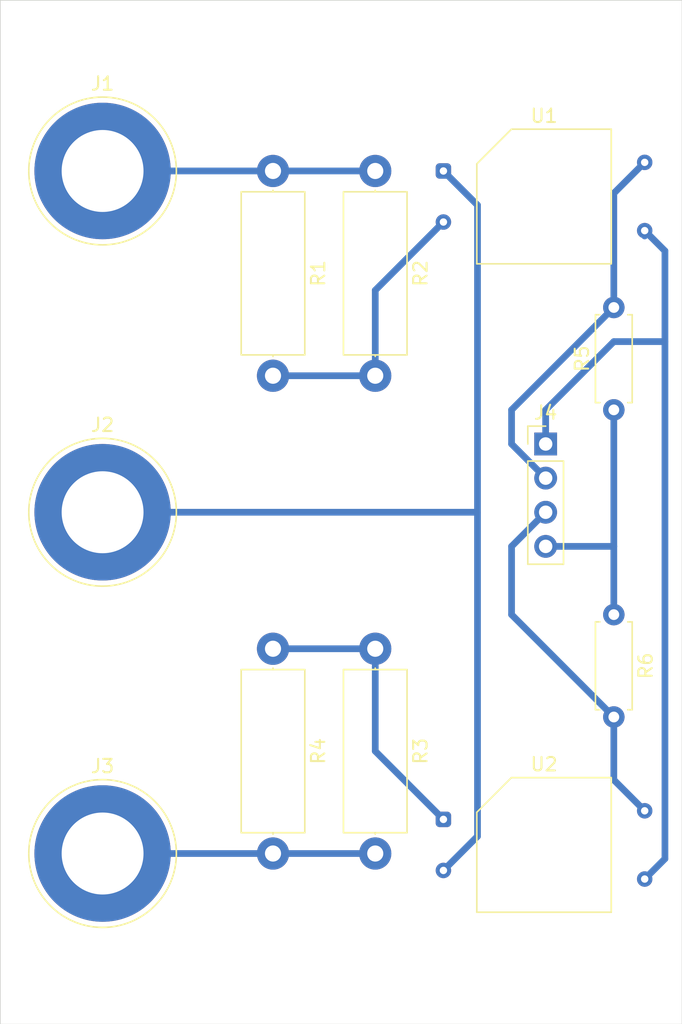
<source format=kicad_pcb>
(kicad_pcb (version 20171130) (host pcbnew "(5.1.4)-1")

  (general
    (thickness 1.6)
    (drawings 4)
    (tracks 36)
    (zones 0)
    (modules 12)
    (nets 10)
  )

  (page A4)
  (layers
    (0 F.Cu signal)
    (31 B.Cu signal)
    (32 B.Adhes user)
    (33 F.Adhes user)
    (34 B.Paste user)
    (35 F.Paste user)
    (36 B.SilkS user)
    (37 F.SilkS user)
    (38 B.Mask user)
    (39 F.Mask user)
    (40 Dwgs.User user)
    (41 Cmts.User user)
    (42 Eco1.User user)
    (43 Eco2.User user)
    (44 Edge.Cuts user)
    (45 Margin user)
    (46 B.CrtYd user)
    (47 F.CrtYd user)
    (48 B.Fab user)
    (49 F.Fab user)
  )

  (setup
    (last_trace_width 0.25)
    (user_trace_width 0.5)
    (user_trace_width 1)
    (user_trace_width 2)
    (trace_clearance 0.2)
    (zone_clearance 0.508)
    (zone_45_only no)
    (trace_min 0.2)
    (via_size 0.8)
    (via_drill 0.4)
    (via_min_size 0.4)
    (via_min_drill 0.3)
    (uvia_size 0.3)
    (uvia_drill 0.1)
    (uvias_allowed no)
    (uvia_min_size 0.2)
    (uvia_min_drill 0.1)
    (edge_width 0.05)
    (segment_width 0.2)
    (pcb_text_width 0.3)
    (pcb_text_size 1.5 1.5)
    (mod_edge_width 0.12)
    (mod_text_size 1 1)
    (mod_text_width 0.15)
    (pad_size 3 3)
    (pad_drill 1.52)
    (pad_to_mask_clearance 0.051)
    (solder_mask_min_width 0.25)
    (aux_axis_origin 0 0)
    (visible_elements 7FFFFFFF)
    (pcbplotparams
      (layerselection 0x010fc_ffffffff)
      (usegerberextensions false)
      (usegerberattributes false)
      (usegerberadvancedattributes false)
      (creategerberjobfile false)
      (excludeedgelayer true)
      (linewidth 0.100000)
      (plotframeref false)
      (viasonmask false)
      (mode 1)
      (useauxorigin false)
      (hpglpennumber 1)
      (hpglpenspeed 20)
      (hpglpendiameter 15.000000)
      (psnegative false)
      (psa4output false)
      (plotreference true)
      (plotvalue true)
      (plotinvisibletext false)
      (padsonsilk false)
      (subtractmaskfromsilk false)
      (outputformat 1)
      (mirror false)
      (drillshape 1)
      (scaleselection 1)
      (outputdirectory ""))
  )

  (net 0 "")
  (net 1 /PowerOut+)
  (net 2 /BleederCenter)
  (net 3 /PowerOut-)
  (net 4 /ControlPower+)
  (net 5 /ControlSignal1)
  (net 6 /ControlSignal2)
  (net 7 /ControlPower-)
  (net 8 "Net-(R1-Pad2)")
  (net 9 "Net-(R3-Pad1)")

  (net_class Default "This is the default net class."
    (clearance 0.2)
    (trace_width 0.25)
    (via_dia 0.8)
    (via_drill 0.4)
    (uvia_dia 0.3)
    (uvia_drill 0.1)
    (add_net /BleederCenter)
    (add_net /ControlPower+)
    (add_net /ControlPower-)
    (add_net /ControlSignal1)
    (add_net /ControlSignal2)
    (add_net /PowerOut+)
    (add_net /PowerOut-)
    (add_net "Net-(R1-Pad2)")
    (add_net "Net-(R3-Pad1)")
  )

  (module Connector:Banana_Jack_1Pin (layer F.Cu) (tedit 5A1AB217) (tstamp 5DDB8DFA)
    (at 149.86 121.92)
    (descr "Single banana socket, footprint - 6mm drill")
    (tags "banana socket")
    (path /5DDC610F)
    (fp_text reference J3 (at 0 -6.5) (layer F.SilkS)
      (effects (font (size 1 1) (thickness 0.15)))
    )
    (fp_text value Output- (at -0.25 6.5) (layer F.Fab)
      (effects (font (size 1 1) (thickness 0.15)))
    )
    (fp_circle (center 0 0) (end 5.5 0) (layer F.SilkS) (width 0.12))
    (fp_circle (center 0 0) (end 4.85 0.05) (layer F.Fab) (width 0.1))
    (fp_circle (center 0 0) (end 2 0) (layer F.Fab) (width 0.1))
    (fp_circle (center 0 0) (end 5.75 0) (layer F.CrtYd) (width 0.05))
    (fp_text user %R (at 0 0) (layer F.Fab)
      (effects (font (size 0.8 0.8) (thickness 0.12)))
    )
    (pad 1 thru_hole circle (at 0 0) (size 10.16 10.16) (drill 6.1) (layers *.Cu *.Mask)
      (net 3 /PowerOut-))
    (model ${KISYS3DMOD}/Connector.3dshapes/Banana_Jack_1Pin.wrl
      (at (xyz 0 0 0))
      (scale (xyz 2 2 2))
      (rotate (xyz 0 0 0))
    )
  )

  (module Connector:Banana_Jack_1Pin (layer F.Cu) (tedit 5A1AB217) (tstamp 5ED9B5B9)
    (at 149.86 96.52)
    (descr "Single banana socket, footprint - 6mm drill")
    (tags "banana socket")
    (path /5ED9AEB0)
    (fp_text reference J2 (at 0 -6.5) (layer F.SilkS)
      (effects (font (size 1 1) (thickness 0.15)))
    )
    (fp_text value BleederCenter (at -0.25 6.5) (layer F.Fab)
      (effects (font (size 1 1) (thickness 0.15)))
    )
    (fp_circle (center 0 0) (end 5.5 0) (layer F.SilkS) (width 0.12))
    (fp_circle (center 0 0) (end 4.85 0.05) (layer F.Fab) (width 0.1))
    (fp_circle (center 0 0) (end 2 0) (layer F.Fab) (width 0.1))
    (fp_circle (center 0 0) (end 5.75 0) (layer F.CrtYd) (width 0.05))
    (fp_text user %R (at 0 0) (layer F.Fab)
      (effects (font (size 0.8 0.8) (thickness 0.12)))
    )
    (pad 1 thru_hole circle (at 0 0) (size 10.16 10.16) (drill 6.1) (layers *.Cu *.Mask)
      (net 2 /BleederCenter))
    (model ${KISYS3DMOD}/Connector.3dshapes/Banana_Jack_1Pin.wrl
      (at (xyz 0 0 0))
      (scale (xyz 2 2 2))
      (rotate (xyz 0 0 0))
    )
  )

  (module Resistor_THT:R_Axial_DIN0207_L6.3mm_D2.5mm_P7.62mm_Horizontal (layer F.Cu) (tedit 5AE5139B) (tstamp 5ED6BAA5)
    (at 187.96 104.14 270)
    (descr "Resistor, Axial_DIN0207 series, Axial, Horizontal, pin pitch=7.62mm, 0.25W = 1/4W, length*diameter=6.3*2.5mm^2, http://cdn-reichelt.de/documents/datenblatt/B400/1_4W%23YAG.pdf")
    (tags "Resistor Axial_DIN0207 series Axial Horizontal pin pitch 7.62mm 0.25W = 1/4W length 6.3mm diameter 2.5mm")
    (path /5ED8C529)
    (fp_text reference R6 (at 3.81 -2.37 90) (layer F.SilkS)
      (effects (font (size 1 1) (thickness 0.15)))
    )
    (fp_text value 4.7K (at 3.81 2.37 90) (layer F.Fab)
      (effects (font (size 1 1) (thickness 0.15)))
    )
    (fp_line (start 0.66 -1.25) (end 0.66 1.25) (layer F.Fab) (width 0.1))
    (fp_line (start 0.66 1.25) (end 6.96 1.25) (layer F.Fab) (width 0.1))
    (fp_line (start 6.96 1.25) (end 6.96 -1.25) (layer F.Fab) (width 0.1))
    (fp_line (start 6.96 -1.25) (end 0.66 -1.25) (layer F.Fab) (width 0.1))
    (fp_line (start 0 0) (end 0.66 0) (layer F.Fab) (width 0.1))
    (fp_line (start 7.62 0) (end 6.96 0) (layer F.Fab) (width 0.1))
    (fp_line (start 0.54 -1.04) (end 0.54 -1.37) (layer F.SilkS) (width 0.12))
    (fp_line (start 0.54 -1.37) (end 7.08 -1.37) (layer F.SilkS) (width 0.12))
    (fp_line (start 7.08 -1.37) (end 7.08 -1.04) (layer F.SilkS) (width 0.12))
    (fp_line (start 0.54 1.04) (end 0.54 1.37) (layer F.SilkS) (width 0.12))
    (fp_line (start 0.54 1.37) (end 7.08 1.37) (layer F.SilkS) (width 0.12))
    (fp_line (start 7.08 1.37) (end 7.08 1.04) (layer F.SilkS) (width 0.12))
    (fp_line (start -1.05 -1.5) (end -1.05 1.5) (layer F.CrtYd) (width 0.05))
    (fp_line (start -1.05 1.5) (end 8.67 1.5) (layer F.CrtYd) (width 0.05))
    (fp_line (start 8.67 1.5) (end 8.67 -1.5) (layer F.CrtYd) (width 0.05))
    (fp_line (start 8.67 -1.5) (end -1.05 -1.5) (layer F.CrtYd) (width 0.05))
    (fp_text user %R (at 3.81 0 90) (layer F.Fab)
      (effects (font (size 1 1) (thickness 0.15)))
    )
    (pad 1 thru_hole circle (at 0 0 270) (size 1.6 1.6) (drill 0.8) (layers *.Cu *.Mask)
      (net 7 /ControlPower-))
    (pad 2 thru_hole oval (at 7.62 0 270) (size 1.6 1.6) (drill 0.8) (layers *.Cu *.Mask)
      (net 6 /ControlSignal2))
    (model ${KISYS3DMOD}/Resistor_THT.3dshapes/R_Axial_DIN0207_L6.3mm_D2.5mm_P7.62mm_Horizontal.wrl
      (at (xyz 0 0 0))
      (scale (xyz 1 1 1))
      (rotate (xyz 0 0 0))
    )
  )

  (module Resistor_THT:R_Axial_DIN0207_L6.3mm_D2.5mm_P7.62mm_Horizontal (layer F.Cu) (tedit 5AE5139B) (tstamp 5ED6BA8E)
    (at 187.96 88.9 90)
    (descr "Resistor, Axial_DIN0207 series, Axial, Horizontal, pin pitch=7.62mm, 0.25W = 1/4W, length*diameter=6.3*2.5mm^2, http://cdn-reichelt.de/documents/datenblatt/B400/1_4W%23YAG.pdf")
    (tags "Resistor Axial_DIN0207 series Axial Horizontal pin pitch 7.62mm 0.25W = 1/4W length 6.3mm diameter 2.5mm")
    (path /5ED846F5)
    (fp_text reference R5 (at 3.81 -2.37 90) (layer F.SilkS)
      (effects (font (size 1 1) (thickness 0.15)))
    )
    (fp_text value 4.7K (at 3.81 2.37 90) (layer F.Fab)
      (effects (font (size 1 1) (thickness 0.15)))
    )
    (fp_text user %R (at 3.81 0 90) (layer F.Fab)
      (effects (font (size 1 1) (thickness 0.15)))
    )
    (fp_line (start 8.67 -1.5) (end -1.05 -1.5) (layer F.CrtYd) (width 0.05))
    (fp_line (start 8.67 1.5) (end 8.67 -1.5) (layer F.CrtYd) (width 0.05))
    (fp_line (start -1.05 1.5) (end 8.67 1.5) (layer F.CrtYd) (width 0.05))
    (fp_line (start -1.05 -1.5) (end -1.05 1.5) (layer F.CrtYd) (width 0.05))
    (fp_line (start 7.08 1.37) (end 7.08 1.04) (layer F.SilkS) (width 0.12))
    (fp_line (start 0.54 1.37) (end 7.08 1.37) (layer F.SilkS) (width 0.12))
    (fp_line (start 0.54 1.04) (end 0.54 1.37) (layer F.SilkS) (width 0.12))
    (fp_line (start 7.08 -1.37) (end 7.08 -1.04) (layer F.SilkS) (width 0.12))
    (fp_line (start 0.54 -1.37) (end 7.08 -1.37) (layer F.SilkS) (width 0.12))
    (fp_line (start 0.54 -1.04) (end 0.54 -1.37) (layer F.SilkS) (width 0.12))
    (fp_line (start 7.62 0) (end 6.96 0) (layer F.Fab) (width 0.1))
    (fp_line (start 0 0) (end 0.66 0) (layer F.Fab) (width 0.1))
    (fp_line (start 6.96 -1.25) (end 0.66 -1.25) (layer F.Fab) (width 0.1))
    (fp_line (start 6.96 1.25) (end 6.96 -1.25) (layer F.Fab) (width 0.1))
    (fp_line (start 0.66 1.25) (end 6.96 1.25) (layer F.Fab) (width 0.1))
    (fp_line (start 0.66 -1.25) (end 0.66 1.25) (layer F.Fab) (width 0.1))
    (pad 2 thru_hole oval (at 7.62 0 90) (size 1.6 1.6) (drill 0.8) (layers *.Cu *.Mask)
      (net 5 /ControlSignal1))
    (pad 1 thru_hole circle (at 0 0 90) (size 1.6 1.6) (drill 0.8) (layers *.Cu *.Mask)
      (net 7 /ControlPower-))
    (model ${KISYS3DMOD}/Resistor_THT.3dshapes/R_Axial_DIN0207_L6.3mm_D2.5mm_P7.62mm_Horizontal.wrl
      (at (xyz 0 0 0))
      (scale (xyz 1 1 1))
      (rotate (xyz 0 0 0))
    )
  )

  (module Resistor_THT:R_Axial_DIN0414_L11.9mm_D4.5mm_P15.24mm_Horizontal (layer F.Cu) (tedit 5AE5139B) (tstamp 5ED6BA77)
    (at 162.56 106.68 270)
    (descr "Resistor, Axial_DIN0414 series, Axial, Horizontal, pin pitch=15.24mm, 2W, length*diameter=11.9*4.5mm^2, http://www.vishay.com/docs/20128/wkxwrx.pdf")
    (tags "Resistor Axial_DIN0414 series Axial Horizontal pin pitch 15.24mm 2W length 11.9mm diameter 4.5mm")
    (path /5ED8628B)
    (fp_text reference R4 (at 7.62 -3.37 90) (layer F.SilkS)
      (effects (font (size 1 1) (thickness 0.15)))
    )
    (fp_text value 42K/5W (at 7.62 3.37 90) (layer F.Fab)
      (effects (font (size 1 1) (thickness 0.15)))
    )
    (fp_text user %R (at 7.62 0 90) (layer F.Fab)
      (effects (font (size 1 1) (thickness 0.15)))
    )
    (fp_line (start 16.69 -2.5) (end -1.45 -2.5) (layer F.CrtYd) (width 0.05))
    (fp_line (start 16.69 2.5) (end 16.69 -2.5) (layer F.CrtYd) (width 0.05))
    (fp_line (start -1.45 2.5) (end 16.69 2.5) (layer F.CrtYd) (width 0.05))
    (fp_line (start -1.45 -2.5) (end -1.45 2.5) (layer F.CrtYd) (width 0.05))
    (fp_line (start 13.8 0) (end 13.69 0) (layer F.SilkS) (width 0.12))
    (fp_line (start 1.44 0) (end 1.55 0) (layer F.SilkS) (width 0.12))
    (fp_line (start 13.69 -2.37) (end 1.55 -2.37) (layer F.SilkS) (width 0.12))
    (fp_line (start 13.69 2.37) (end 13.69 -2.37) (layer F.SilkS) (width 0.12))
    (fp_line (start 1.55 2.37) (end 13.69 2.37) (layer F.SilkS) (width 0.12))
    (fp_line (start 1.55 -2.37) (end 1.55 2.37) (layer F.SilkS) (width 0.12))
    (fp_line (start 15.24 0) (end 13.57 0) (layer F.Fab) (width 0.1))
    (fp_line (start 0 0) (end 1.67 0) (layer F.Fab) (width 0.1))
    (fp_line (start 13.57 -2.25) (end 1.67 -2.25) (layer F.Fab) (width 0.1))
    (fp_line (start 13.57 2.25) (end 13.57 -2.25) (layer F.Fab) (width 0.1))
    (fp_line (start 1.67 2.25) (end 13.57 2.25) (layer F.Fab) (width 0.1))
    (fp_line (start 1.67 -2.25) (end 1.67 2.25) (layer F.Fab) (width 0.1))
    (pad 2 thru_hole oval (at 15.24 0 270) (size 2.4 2.4) (drill 1.2) (layers *.Cu *.Mask)
      (net 3 /PowerOut-))
    (pad 1 thru_hole circle (at 0 0 270) (size 2.4 2.4) (drill 1.2) (layers *.Cu *.Mask)
      (net 9 "Net-(R3-Pad1)"))
    (model ${KISYS3DMOD}/Resistor_THT.3dshapes/R_Axial_DIN0414_L11.9mm_D4.5mm_P15.24mm_Horizontal.wrl
      (at (xyz 0 0 0))
      (scale (xyz 1 1 1))
      (rotate (xyz 0 0 0))
    )
  )

  (module Resistor_THT:R_Axial_DIN0414_L11.9mm_D4.5mm_P15.24mm_Horizontal (layer F.Cu) (tedit 5AE5139B) (tstamp 5ED6BA34)
    (at 170.18 71.12 270)
    (descr "Resistor, Axial_DIN0414 series, Axial, Horizontal, pin pitch=15.24mm, 2W, length*diameter=11.9*4.5mm^2, http://www.vishay.com/docs/20128/wkxwrx.pdf")
    (tags "Resistor Axial_DIN0414 series Axial Horizontal pin pitch 15.24mm 2W length 11.9mm diameter 4.5mm")
    (path /5DD086FB)
    (fp_text reference R2 (at 7.62 -3.37 90) (layer F.SilkS)
      (effects (font (size 1 1) (thickness 0.15)))
    )
    (fp_text value 42K/5W (at 7.62 3.37 90) (layer F.Fab)
      (effects (font (size 1 1) (thickness 0.15)))
    )
    (fp_text user %R (at 7.62 0 90) (layer F.Fab)
      (effects (font (size 1 1) (thickness 0.15)))
    )
    (fp_line (start 16.69 -2.5) (end -1.45 -2.5) (layer F.CrtYd) (width 0.05))
    (fp_line (start 16.69 2.5) (end 16.69 -2.5) (layer F.CrtYd) (width 0.05))
    (fp_line (start -1.45 2.5) (end 16.69 2.5) (layer F.CrtYd) (width 0.05))
    (fp_line (start -1.45 -2.5) (end -1.45 2.5) (layer F.CrtYd) (width 0.05))
    (fp_line (start 13.8 0) (end 13.69 0) (layer F.SilkS) (width 0.12))
    (fp_line (start 1.44 0) (end 1.55 0) (layer F.SilkS) (width 0.12))
    (fp_line (start 13.69 -2.37) (end 1.55 -2.37) (layer F.SilkS) (width 0.12))
    (fp_line (start 13.69 2.37) (end 13.69 -2.37) (layer F.SilkS) (width 0.12))
    (fp_line (start 1.55 2.37) (end 13.69 2.37) (layer F.SilkS) (width 0.12))
    (fp_line (start 1.55 -2.37) (end 1.55 2.37) (layer F.SilkS) (width 0.12))
    (fp_line (start 15.24 0) (end 13.57 0) (layer F.Fab) (width 0.1))
    (fp_line (start 0 0) (end 1.67 0) (layer F.Fab) (width 0.1))
    (fp_line (start 13.57 -2.25) (end 1.67 -2.25) (layer F.Fab) (width 0.1))
    (fp_line (start 13.57 2.25) (end 13.57 -2.25) (layer F.Fab) (width 0.1))
    (fp_line (start 1.67 2.25) (end 13.57 2.25) (layer F.Fab) (width 0.1))
    (fp_line (start 1.67 -2.25) (end 1.67 2.25) (layer F.Fab) (width 0.1))
    (pad 2 thru_hole oval (at 15.24 0 270) (size 2.4 2.4) (drill 1.2) (layers *.Cu *.Mask)
      (net 8 "Net-(R1-Pad2)"))
    (pad 1 thru_hole circle (at 0 0 270) (size 2.4 2.4) (drill 1.2) (layers *.Cu *.Mask)
      (net 1 /PowerOut+))
    (model ${KISYS3DMOD}/Resistor_THT.3dshapes/R_Axial_DIN0414_L11.9mm_D4.5mm_P15.24mm_Horizontal.wrl
      (at (xyz 0 0 0))
      (scale (xyz 1 1 1))
      (rotate (xyz 0 0 0))
    )
  )

  (module Resistor_THT:R_Axial_DIN0414_L11.9mm_D4.5mm_P15.24mm_Horizontal (layer F.Cu) (tedit 5AE5139B) (tstamp 5ED6BA1D)
    (at 162.56 71.12 270)
    (descr "Resistor, Axial_DIN0414 series, Axial, Horizontal, pin pitch=15.24mm, 2W, length*diameter=11.9*4.5mm^2, http://www.vishay.com/docs/20128/wkxwrx.pdf")
    (tags "Resistor Axial_DIN0414 series Axial Horizontal pin pitch 15.24mm 2W length 11.9mm diameter 4.5mm")
    (path /5DD7ED5C)
    (fp_text reference R1 (at 7.62 -3.37 90) (layer F.SilkS)
      (effects (font (size 1 1) (thickness 0.15)))
    )
    (fp_text value 42K/5W (at 7.62 3.37 90) (layer F.Fab)
      (effects (font (size 1 1) (thickness 0.15)))
    )
    (fp_text user %R (at 7.62 0 90) (layer F.Fab)
      (effects (font (size 1 1) (thickness 0.15)))
    )
    (fp_line (start 16.69 -2.5) (end -1.45 -2.5) (layer F.CrtYd) (width 0.05))
    (fp_line (start 16.69 2.5) (end 16.69 -2.5) (layer F.CrtYd) (width 0.05))
    (fp_line (start -1.45 2.5) (end 16.69 2.5) (layer F.CrtYd) (width 0.05))
    (fp_line (start -1.45 -2.5) (end -1.45 2.5) (layer F.CrtYd) (width 0.05))
    (fp_line (start 13.8 0) (end 13.69 0) (layer F.SilkS) (width 0.12))
    (fp_line (start 1.44 0) (end 1.55 0) (layer F.SilkS) (width 0.12))
    (fp_line (start 13.69 -2.37) (end 1.55 -2.37) (layer F.SilkS) (width 0.12))
    (fp_line (start 13.69 2.37) (end 13.69 -2.37) (layer F.SilkS) (width 0.12))
    (fp_line (start 1.55 2.37) (end 13.69 2.37) (layer F.SilkS) (width 0.12))
    (fp_line (start 1.55 -2.37) (end 1.55 2.37) (layer F.SilkS) (width 0.12))
    (fp_line (start 15.24 0) (end 13.57 0) (layer F.Fab) (width 0.1))
    (fp_line (start 0 0) (end 1.67 0) (layer F.Fab) (width 0.1))
    (fp_line (start 13.57 -2.25) (end 1.67 -2.25) (layer F.Fab) (width 0.1))
    (fp_line (start 13.57 2.25) (end 13.57 -2.25) (layer F.Fab) (width 0.1))
    (fp_line (start 1.67 2.25) (end 13.57 2.25) (layer F.Fab) (width 0.1))
    (fp_line (start 1.67 -2.25) (end 1.67 2.25) (layer F.Fab) (width 0.1))
    (pad 2 thru_hole oval (at 15.24 0 270) (size 2.4 2.4) (drill 1.2) (layers *.Cu *.Mask)
      (net 8 "Net-(R1-Pad2)"))
    (pad 1 thru_hole circle (at 0 0 270) (size 2.4 2.4) (drill 1.2) (layers *.Cu *.Mask)
      (net 1 /PowerOut+))
    (model ${KISYS3DMOD}/Resistor_THT.3dshapes/R_Axial_DIN0414_L11.9mm_D4.5mm_P15.24mm_Horizontal.wrl
      (at (xyz 0 0 0))
      (scale (xyz 1 1 1))
      (rotate (xyz 0 0 0))
    )
  )

  (module Resistor_THT:R_Axial_DIN0414_L11.9mm_D4.5mm_P15.24mm_Horizontal (layer F.Cu) (tedit 5AE5139B) (tstamp 5ED694FA)
    (at 170.18 106.68 270)
    (descr "Resistor, Axial_DIN0414 series, Axial, Horizontal, pin pitch=15.24mm, 2W, length*diameter=11.9*4.5mm^2, http://www.vishay.com/docs/20128/wkxwrx.pdf")
    (tags "Resistor Axial_DIN0414 series Axial Horizontal pin pitch 15.24mm 2W length 11.9mm diameter 4.5mm")
    (path /5ED86281)
    (fp_text reference R3 (at 7.62 -3.37 90) (layer F.SilkS)
      (effects (font (size 1 1) (thickness 0.15)))
    )
    (fp_text value 42K/5W (at 7.62 3.37 90) (layer F.Fab)
      (effects (font (size 1 1) (thickness 0.15)))
    )
    (fp_text user %R (at 7.62 0 90) (layer F.Fab)
      (effects (font (size 1 1) (thickness 0.15)))
    )
    (fp_line (start 16.69 -2.5) (end -1.45 -2.5) (layer F.CrtYd) (width 0.05))
    (fp_line (start 16.69 2.5) (end 16.69 -2.5) (layer F.CrtYd) (width 0.05))
    (fp_line (start -1.45 2.5) (end 16.69 2.5) (layer F.CrtYd) (width 0.05))
    (fp_line (start -1.45 -2.5) (end -1.45 2.5) (layer F.CrtYd) (width 0.05))
    (fp_line (start 13.8 0) (end 13.69 0) (layer F.SilkS) (width 0.12))
    (fp_line (start 1.44 0) (end 1.55 0) (layer F.SilkS) (width 0.12))
    (fp_line (start 13.69 -2.37) (end 1.55 -2.37) (layer F.SilkS) (width 0.12))
    (fp_line (start 13.69 2.37) (end 13.69 -2.37) (layer F.SilkS) (width 0.12))
    (fp_line (start 1.55 2.37) (end 13.69 2.37) (layer F.SilkS) (width 0.12))
    (fp_line (start 1.55 -2.37) (end 1.55 2.37) (layer F.SilkS) (width 0.12))
    (fp_line (start 15.24 0) (end 13.57 0) (layer F.Fab) (width 0.1))
    (fp_line (start 0 0) (end 1.67 0) (layer F.Fab) (width 0.1))
    (fp_line (start 13.57 -2.25) (end 1.67 -2.25) (layer F.Fab) (width 0.1))
    (fp_line (start 13.57 2.25) (end 13.57 -2.25) (layer F.Fab) (width 0.1))
    (fp_line (start 1.67 2.25) (end 13.57 2.25) (layer F.Fab) (width 0.1))
    (fp_line (start 1.67 -2.25) (end 1.67 2.25) (layer F.Fab) (width 0.1))
    (pad 2 thru_hole oval (at 15.24 0 270) (size 2.4 2.4) (drill 1.2) (layers *.Cu *.Mask)
      (net 3 /PowerOut-))
    (pad 1 thru_hole circle (at 0 0 270) (size 2.4 2.4) (drill 1.2) (layers *.Cu *.Mask)
      (net 9 "Net-(R3-Pad1)"))
    (model ${KISYS3DMOD}/Resistor_THT.3dshapes/R_Axial_DIN0414_L11.9mm_D4.5mm_P15.24mm_Horizontal.wrl
      (at (xyz 0 0 0))
      (scale (xyz 1 1 1))
      (rotate (xyz 0 0 0))
    )
  )

  (module OptoDevice:PerkinElmer_VTL5C (layer F.Cu) (tedit 5B86F5E5) (tstamp 5ED5F7FE)
    (at 175.26 119.38)
    (descr "Axial Vactrol (http://www.qsl.net/wa1ion/vactrol/vactrol.pdf)")
    (tags vactrol)
    (path /5ED8C51F)
    (fp_text reference U2 (at 7.5 -4.1) (layer F.SilkS)
      (effects (font (size 1 1) (thickness 0.15)))
    )
    (fp_text value VTL5C (at 7.5 7.9) (layer F.Fab)
      (effects (font (size 1 1) (thickness 0.15)))
    )
    (fp_text user %R (at 7.5 1.9) (layer F.Fab)
      (effects (font (size 1 1) (thickness 0.1)))
    )
    (fp_line (start 12.51 6.91) (end 12.51 -3.11) (layer F.SilkS) (width 0.12))
    (fp_line (start 2.49 6.91) (end 12.51 6.91) (layer F.SilkS) (width 0.12))
    (fp_line (start 2.49 -0.53) (end 2.49 6.91) (layer F.SilkS) (width 0.12))
    (fp_line (start 5.07 -3.11) (end 2.49 -0.53) (layer F.SilkS) (width 0.12))
    (fp_line (start 12.51 -3.11) (end 5.07 -3.11) (layer F.SilkS) (width 0.12))
    (fp_line (start 5 -3.3) (end 12.7 -3.3) (layer F.CrtYd) (width 0.05))
    (fp_line (start 2.53 -0.83) (end 5 -3.3) (layer F.CrtYd) (width 0.05))
    (fp_line (start 2.3 7.1) (end 2.3 4.63) (layer F.CrtYd) (width 0.05))
    (fp_line (start 12.7 7.1) (end 2.3 7.1) (layer F.CrtYd) (width 0.05))
    (fp_line (start 12.7 -3.3) (end 12.7 -1.47) (layer F.CrtYd) (width 0.05))
    (fp_line (start 0.7 3.55) (end 2.55 2.9) (layer F.Fab) (width 0.1))
    (fp_line (start 14.3 -0.64) (end 12.45 -0.64) (layer F.Fab) (width 0.1))
    (fp_line (start 5.1 -3.05) (end 2.55 -0.5) (layer F.Fab) (width 0.1))
    (fp_line (start 2.55 6.85) (end 2.55 -0.5) (layer F.Fab) (width 0.1))
    (fp_line (start 12.45 6.85) (end 2.55 6.85) (layer F.Fab) (width 0.1))
    (fp_line (start 12.45 -3.05) (end 12.45 6.85) (layer F.Fab) (width 0.1))
    (fp_line (start 5.1 -3.05) (end 12.45 -3.05) (layer F.Fab) (width 0.1))
    (fp_line (start 14.3 4.44) (end 12.45 4.44) (layer F.Fab) (width 0.1))
    (fp_line (start 0.7 0.25) (end 2.55 0.9) (layer F.Fab) (width 0.1))
    (fp_line (start -0.83 4.63) (end -0.83 -0.83) (layer F.CrtYd) (width 0.05))
    (fp_line (start 2.53 -0.83) (end -0.83 -0.83) (layer F.CrtYd) (width 0.05))
    (fp_line (start 2.3 4.63) (end -0.83 4.63) (layer F.CrtYd) (width 0.05))
    (fp_line (start 15.83 -1.47) (end 12.7 -1.47) (layer F.CrtYd) (width 0.05))
    (fp_line (start 15.83 5.27) (end 12.7 5.27) (layer F.CrtYd) (width 0.05))
    (fp_line (start 15.83 5.27) (end 15.83 -1.47) (layer F.CrtYd) (width 0.05))
    (fp_line (start 12.7 5.27) (end 12.7 7.1) (layer F.CrtYd) (width 0.05))
    (pad 1 thru_hole roundrect (at 0 0) (size 1.15 1.15) (drill 0.55) (layers *.Cu *.Mask) (roundrect_rratio 0.25)
      (net 9 "Net-(R3-Pad1)"))
    (pad 3 thru_hole circle (at 15 -0.64) (size 1.15 1.15) (drill 0.55) (layers *.Cu *.Mask)
      (net 6 /ControlSignal2))
    (pad 4 thru_hole circle (at 15 4.44) (size 1.15 1.15) (drill 0.55) (layers *.Cu *.Mask)
      (net 4 /ControlPower+))
    (pad 2 thru_hole circle (at 0 3.8) (size 1.15 1.15) (drill 0.55) (layers *.Cu *.Mask)
      (net 2 /BleederCenter))
    (model ${KISYS3DMOD}/OptoDevice.3dshapes/PerkinElmer_VTL5C.wrl
      (at (xyz 0 0 0))
      (scale (xyz 1 1 1))
      (rotate (xyz 0 0 0))
    )
  )

  (module OptoDevice:PerkinElmer_VTL5C (layer F.Cu) (tedit 5B86F5E5) (tstamp 5ED5F7DB)
    (at 175.26 71.12)
    (descr "Axial Vactrol (http://www.qsl.net/wa1ion/vactrol/vactrol.pdf)")
    (tags vactrol)
    (path /5ED7EA69)
    (fp_text reference U1 (at 7.5 -4.1) (layer F.SilkS)
      (effects (font (size 1 1) (thickness 0.15)))
    )
    (fp_text value VTL5C (at 7.5 7.9) (layer F.Fab)
      (effects (font (size 1 1) (thickness 0.15)))
    )
    (fp_line (start 12.7 5.27) (end 12.7 7.1) (layer F.CrtYd) (width 0.05))
    (fp_line (start 15.83 5.27) (end 15.83 -1.47) (layer F.CrtYd) (width 0.05))
    (fp_line (start 15.83 5.27) (end 12.7 5.27) (layer F.CrtYd) (width 0.05))
    (fp_line (start 15.83 -1.47) (end 12.7 -1.47) (layer F.CrtYd) (width 0.05))
    (fp_line (start 2.3 4.63) (end -0.83 4.63) (layer F.CrtYd) (width 0.05))
    (fp_line (start 2.53 -0.83) (end -0.83 -0.83) (layer F.CrtYd) (width 0.05))
    (fp_line (start -0.83 4.63) (end -0.83 -0.83) (layer F.CrtYd) (width 0.05))
    (fp_line (start 0.7 0.25) (end 2.55 0.9) (layer F.Fab) (width 0.1))
    (fp_line (start 14.3 4.44) (end 12.45 4.44) (layer F.Fab) (width 0.1))
    (fp_line (start 5.1 -3.05) (end 12.45 -3.05) (layer F.Fab) (width 0.1))
    (fp_line (start 12.45 -3.05) (end 12.45 6.85) (layer F.Fab) (width 0.1))
    (fp_line (start 12.45 6.85) (end 2.55 6.85) (layer F.Fab) (width 0.1))
    (fp_line (start 2.55 6.85) (end 2.55 -0.5) (layer F.Fab) (width 0.1))
    (fp_line (start 5.1 -3.05) (end 2.55 -0.5) (layer F.Fab) (width 0.1))
    (fp_line (start 14.3 -0.64) (end 12.45 -0.64) (layer F.Fab) (width 0.1))
    (fp_line (start 0.7 3.55) (end 2.55 2.9) (layer F.Fab) (width 0.1))
    (fp_line (start 12.7 -3.3) (end 12.7 -1.47) (layer F.CrtYd) (width 0.05))
    (fp_line (start 12.7 7.1) (end 2.3 7.1) (layer F.CrtYd) (width 0.05))
    (fp_line (start 2.3 7.1) (end 2.3 4.63) (layer F.CrtYd) (width 0.05))
    (fp_line (start 2.53 -0.83) (end 5 -3.3) (layer F.CrtYd) (width 0.05))
    (fp_line (start 5 -3.3) (end 12.7 -3.3) (layer F.CrtYd) (width 0.05))
    (fp_line (start 12.51 -3.11) (end 5.07 -3.11) (layer F.SilkS) (width 0.12))
    (fp_line (start 5.07 -3.11) (end 2.49 -0.53) (layer F.SilkS) (width 0.12))
    (fp_line (start 2.49 -0.53) (end 2.49 6.91) (layer F.SilkS) (width 0.12))
    (fp_line (start 2.49 6.91) (end 12.51 6.91) (layer F.SilkS) (width 0.12))
    (fp_line (start 12.51 6.91) (end 12.51 -3.11) (layer F.SilkS) (width 0.12))
    (fp_text user %R (at 7.5 1.9) (layer F.Fab)
      (effects (font (size 1 1) (thickness 0.1)))
    )
    (pad 2 thru_hole circle (at 0 3.8) (size 1.15 1.15) (drill 0.55) (layers *.Cu *.Mask)
      (net 8 "Net-(R1-Pad2)"))
    (pad 4 thru_hole circle (at 15 4.44) (size 1.15 1.15) (drill 0.55) (layers *.Cu *.Mask)
      (net 4 /ControlPower+))
    (pad 3 thru_hole circle (at 15 -0.64) (size 1.15 1.15) (drill 0.55) (layers *.Cu *.Mask)
      (net 5 /ControlSignal1))
    (pad 1 thru_hole roundrect (at 0 0) (size 1.15 1.15) (drill 0.55) (layers *.Cu *.Mask) (roundrect_rratio 0.25)
      (net 2 /BleederCenter))
    (model ${KISYS3DMOD}/OptoDevice.3dshapes/PerkinElmer_VTL5C.wrl
      (at (xyz 0 0 0))
      (scale (xyz 1 1 1))
      (rotate (xyz 0 0 0))
    )
  )

  (module Connector_PinHeader_2.54mm:PinHeader_1x04_P2.54mm_Vertical (layer F.Cu) (tedit 59FED5CC) (tstamp 5ED5F6BD)
    (at 182.88 91.44)
    (descr "Through hole straight pin header, 1x04, 2.54mm pitch, single row")
    (tags "Through hole pin header THT 1x04 2.54mm single row")
    (path /5ED961AF)
    (fp_text reference J4 (at 0 -2.33) (layer F.SilkS)
      (effects (font (size 1 1) (thickness 0.15)))
    )
    (fp_text value "To Control" (at 0 9.95) (layer F.Fab)
      (effects (font (size 1 1) (thickness 0.15)))
    )
    (fp_text user %R (at 0 3.81 90) (layer F.Fab)
      (effects (font (size 1 1) (thickness 0.15)))
    )
    (fp_line (start 1.8 -1.8) (end -1.8 -1.8) (layer F.CrtYd) (width 0.05))
    (fp_line (start 1.8 9.4) (end 1.8 -1.8) (layer F.CrtYd) (width 0.05))
    (fp_line (start -1.8 9.4) (end 1.8 9.4) (layer F.CrtYd) (width 0.05))
    (fp_line (start -1.8 -1.8) (end -1.8 9.4) (layer F.CrtYd) (width 0.05))
    (fp_line (start -1.33 -1.33) (end 0 -1.33) (layer F.SilkS) (width 0.12))
    (fp_line (start -1.33 0) (end -1.33 -1.33) (layer F.SilkS) (width 0.12))
    (fp_line (start -1.33 1.27) (end 1.33 1.27) (layer F.SilkS) (width 0.12))
    (fp_line (start 1.33 1.27) (end 1.33 8.95) (layer F.SilkS) (width 0.12))
    (fp_line (start -1.33 1.27) (end -1.33 8.95) (layer F.SilkS) (width 0.12))
    (fp_line (start -1.33 8.95) (end 1.33 8.95) (layer F.SilkS) (width 0.12))
    (fp_line (start -1.27 -0.635) (end -0.635 -1.27) (layer F.Fab) (width 0.1))
    (fp_line (start -1.27 8.89) (end -1.27 -0.635) (layer F.Fab) (width 0.1))
    (fp_line (start 1.27 8.89) (end -1.27 8.89) (layer F.Fab) (width 0.1))
    (fp_line (start 1.27 -1.27) (end 1.27 8.89) (layer F.Fab) (width 0.1))
    (fp_line (start -0.635 -1.27) (end 1.27 -1.27) (layer F.Fab) (width 0.1))
    (pad 4 thru_hole oval (at 0 7.62) (size 1.7 1.7) (drill 1) (layers *.Cu *.Mask)
      (net 7 /ControlPower-))
    (pad 3 thru_hole oval (at 0 5.08) (size 1.7 1.7) (drill 1) (layers *.Cu *.Mask)
      (net 6 /ControlSignal2))
    (pad 2 thru_hole oval (at 0 2.54) (size 1.7 1.7) (drill 1) (layers *.Cu *.Mask)
      (net 5 /ControlSignal1))
    (pad 1 thru_hole rect (at 0 0) (size 1.7 1.7) (drill 1) (layers *.Cu *.Mask)
      (net 4 /ControlPower+))
    (model ${KISYS3DMOD}/Connector_PinHeader_2.54mm.3dshapes/PinHeader_1x04_P2.54mm_Vertical.wrl
      (at (xyz 0 0 0))
      (scale (xyz 1 1 1))
      (rotate (xyz 0 0 0))
    )
  )

  (module Connector:Banana_Jack_1Pin (layer F.Cu) (tedit 5A1AB217) (tstamp 5DDB8DE6)
    (at 149.86 71.12)
    (descr "Single banana socket, footprint - 6mm drill")
    (tags "banana socket")
    (path /5DDBD15F)
    (fp_text reference J1 (at 0 -6.5) (layer F.SilkS)
      (effects (font (size 1 1) (thickness 0.15)))
    )
    (fp_text value Output+ (at -0.25 6.5) (layer F.Fab)
      (effects (font (size 1 1) (thickness 0.15)))
    )
    (fp_circle (center 0 0) (end 5.5 0) (layer F.SilkS) (width 0.12))
    (fp_circle (center 0 0) (end 4.85 0.05) (layer F.Fab) (width 0.1))
    (fp_circle (center 0 0) (end 2 0) (layer F.Fab) (width 0.1))
    (fp_circle (center 0 0) (end 5.75 0) (layer F.CrtYd) (width 0.05))
    (fp_text user %R (at 0 0) (layer F.Fab)
      (effects (font (size 0.8 0.8) (thickness 0.12)))
    )
    (pad 1 thru_hole circle (at 0 0) (size 10.16 10.16) (drill 6.1) (layers *.Cu *.Mask)
      (net 1 /PowerOut+))
    (model ${KISYS3DMOD}/Connector.3dshapes/Banana_Jack_1Pin.wrl
      (at (xyz 0 0 0))
      (scale (xyz 2 2 2))
      (rotate (xyz 0 0 0))
    )
  )

  (gr_line (start 193.04 134.62) (end 142.24 134.62) (layer Edge.Cuts) (width 0.05))
  (gr_line (start 193.04 58.42) (end 142.24 58.42) (layer Edge.Cuts) (width 0.05))
  (gr_line (start 142.24 134.62) (end 142.24 58.42) (layer Edge.Cuts) (width 0.05))
  (gr_line (start 193.04 58.42) (end 193.04 134.62) (layer Edge.Cuts) (width 0.05))

  (segment (start 162.56 86.36) (end 170.18 86.36) (width 0.5) (layer B.Cu) (net 8) (status 30))
  (segment (start 170.18 80) (end 175.26 74.92) (width 0.5) (layer B.Cu) (net 8) (status 20))
  (segment (start 170.18 86.36) (end 170.18 80) (width 0.5) (layer B.Cu) (net 8) (status 10))
  (segment (start 162.56 71.12) (end 170.18 71.12) (width 0.5) (layer B.Cu) (net 1) (status 30))
  (segment (start 149.86 71.12) (end 162.56 71.12) (width 0.5) (layer B.Cu) (net 1))
  (segment (start 177.8 73.66) (end 177.8 96.52) (width 0.5) (layer B.Cu) (net 2))
  (segment (start 175.26 71.12) (end 177.8 73.66) (width 0.5) (layer B.Cu) (net 2) (status 10))
  (segment (start 149.86 96.52) (end 177.8 96.52) (width 0.5) (layer B.Cu) (net 2))
  (segment (start 177.8 120.64) (end 175.26 123.18) (width 0.5) (layer B.Cu) (net 2))
  (segment (start 177.8 96.52) (end 177.8 120.64) (width 0.5) (layer B.Cu) (net 2))
  (segment (start 162.56 121.92) (end 170.18 121.92) (width 0.5) (layer B.Cu) (net 3) (status 30))
  (segment (start 162.56 121.92) (end 149.86 121.92) (width 0.5) (layer B.Cu) (net 3))
  (segment (start 190.26 75.56) (end 190.26 75.96) (width 0.5) (layer B.Cu) (net 4) (status 30))
  (segment (start 182.88 91.44) (end 182.88 88.9) (width 0.5) (layer B.Cu) (net 4) (status 10))
  (segment (start 182.88 88.9) (end 187.96 83.82) (width 0.5) (layer B.Cu) (net 4))
  (segment (start 191.77 77.07) (end 190.26 75.56) (width 0.5) (layer B.Cu) (net 4))
  (segment (start 187.96 83.82) (end 191.77 83.82) (width 0.5) (layer B.Cu) (net 4))
  (segment (start 191.77 83.82) (end 191.77 77.07) (width 0.5) (layer B.Cu) (net 4))
  (segment (start 191.77 122.31) (end 190.26 123.82) (width 0.5) (layer B.Cu) (net 4))
  (segment (start 191.77 83.82) (end 191.77 122.31) (width 0.5) (layer B.Cu) (net 4))
  (segment (start 180.34 91.44) (end 182.88 93.98) (width 0.5) (layer B.Cu) (net 5) (status 20))
  (segment (start 187.96 72.78) (end 190.26 70.48) (width 0.5) (layer B.Cu) (net 5))
  (segment (start 187.96 81.28) (end 187.96 72.78) (width 0.5) (layer B.Cu) (net 5))
  (segment (start 187.96 81.28) (end 180.34 88.9) (width 0.5) (layer B.Cu) (net 5))
  (segment (start 180.34 88.9) (end 180.34 91.44) (width 0.5) (layer B.Cu) (net 5))
  (segment (start 162.56 106.68) (end 170.18 106.68) (width 0.5) (layer B.Cu) (net 9) (status 30))
  (segment (start 170.18 114.3) (end 175.26 119.38) (width 0.5) (layer B.Cu) (net 9))
  (segment (start 170.18 106.68) (end 170.18 114.3) (width 0.5) (layer B.Cu) (net 9))
  (segment (start 180.34 99.06) (end 182.88 96.52) (width 0.5) (layer B.Cu) (net 6))
  (segment (start 180.34 104.14) (end 187.96 111.76) (width 0.5) (layer B.Cu) (net 6))
  (segment (start 180.34 99.06) (end 180.34 104.14) (width 0.5) (layer B.Cu) (net 6))
  (segment (start 187.96 116.44) (end 190.26 118.74) (width 0.5) (layer B.Cu) (net 6))
  (segment (start 187.96 111.76) (end 187.96 116.44) (width 0.5) (layer B.Cu) (net 6))
  (segment (start 187.96 99.06) (end 187.96 88.9) (width 0.5) (layer B.Cu) (net 7))
  (segment (start 187.96 104.14) (end 187.96 99.06) (width 0.5) (layer B.Cu) (net 7))
  (segment (start 187.96 99.06) (end 182.88 99.06) (width 0.5) (layer B.Cu) (net 7))

)

</source>
